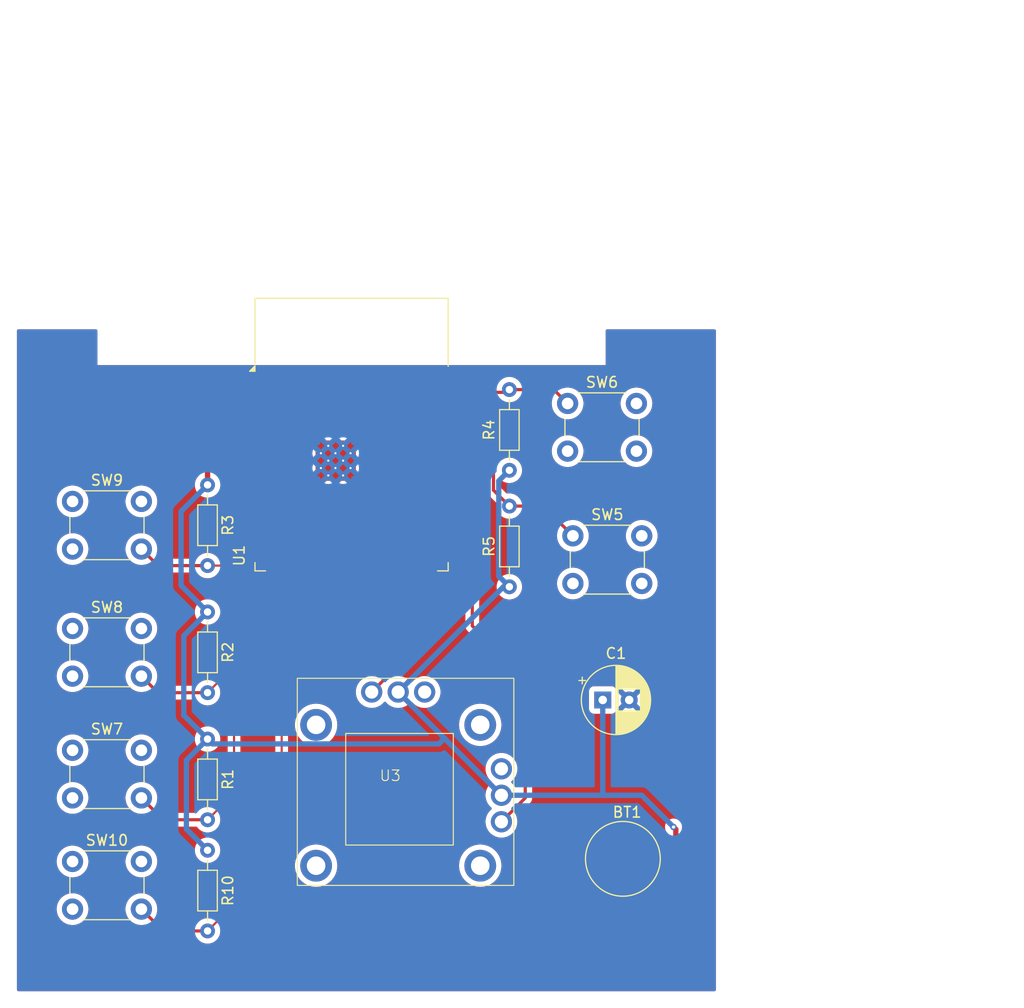
<source format=kicad_pcb>
(kicad_pcb (version 20240108) (generator "pcbnew") (generator_version "8.0")
  (layers (0 "F.Cu" signal) (31 "B.Cu" signal) (34 "B.Paste" user) (35 "F.Paste" user) (36 "B.SilkS" user "B.Silkscreen") (37 "F.SilkS" user "F.Silkscreen") (38 "B.Mask" user) (39 "F.Mask" user) (44 "Edge.Cuts" user))
  (net 0 "")
  (net 1 "GND")
  (net 14 "+3V3")
  (net 16 "Net-(U1-IO35)")
  (net 21 "Net-(U1-IO22)")
  (net 22 "Net-(U1-IO34)")
  (net 26 "Net-(U1-IO23)")
  (net 28 "Net-(U1-IO32)")
  (net 31 "Net-(U1-IO33)")
  (net 33 "Net-(U1-IO16)")
  (net 36 "Net-(U1-IO17)")
  (net 38 "unconnected-(U3-Pad3)")
  (footprint "Resistor_THT:R_Axial_DIN0204_L3.6mm_D1.6mm_P7.62mm_Horizontal" (layer "F.Cu") (at 82 88.69 -90)
    (property "Reference" "R1" (at 3.81 -1.92 90) (layer "F.SilkS"))
    (property "Value" "10k")
    (fp_line (start 1.89 0.92) (end 5.73 0.92) (stroke (width 0.12)) (layer "F.SilkS"))
    (fp_line (start 5.73 0.92) (end 5.73 -0.92) (stroke (width 0.12)) (layer "F.SilkS"))
    (fp_line (start 0.94 0) (end 1.89 0) (stroke (width 0.12)) (layer "F.SilkS"))
    (fp_line (start 6.68 0) (end 5.73 0) (stroke (width 0.12)) (layer "F.SilkS"))
    (fp_line (start 1.89 -0.92) (end 1.89 0.92) (stroke (width 0.12)) (layer "F.SilkS"))
    (fp_line (start 5.73 -0.92) (end 1.89 -0.92) (stroke (width 0.12)) (layer "F.SilkS"))
    (pad "1" thru_hole circle (at 0 0 270) (size 1.4 1.4) (drill 0.7) (layers "*.Cu" "*.Mask") (net 14 "+3V3"))
    (pad "2" thru_hole oval (at 7.62 0 270) (size 1.4 1.4) (drill 0.7) (layers "*.Cu" "*.Mask") (net 28 "Net-(U1-IO32)"))
  )
  (footprint "RF_Module:ESP32-WROOM-32D" (layer "F.Cu") (at 95.6 62.93)
    (property "Reference" "U1" (at -10.61 8.43 90) (layer "F.SilkS"))
    (property "Value" "ESP32-WROOM-32E")
    (fp_line (start -9.12 -15.86) (end -9.12 -9.7) (stroke (width 0.12)) (layer "F.SilkS"))
    (fp_line (start -9.12 -15.86) (end 9.12 -15.86) (stroke (width 0.12)) (layer "F.SilkS"))
    (fp_line (start -9.12 9.1) (end -9.12 9.88) (stroke (width 0.12)) (layer "F.SilkS"))
    (fp_line (start -9.12 9.88) (end -8.12 9.88) (stroke (width 0.12)) (layer "F.SilkS"))
    (fp_line (start 9.12 -15.86) (end 9.12 -9.445) (stroke (width 0.12)) (layer "F.SilkS"))
    (fp_line (start 9.12 9.1) (end 9.12 9.88) (stroke (width 0.12)) (layer "F.SilkS"))
    (fp_line (start 9.12 9.88) (end 8.12 9.88) (stroke (width 0.12)) (layer "F.SilkS"))
    (fp_poly (pts (xy -9.125 -8.975) (xy -9.625 -8.975) (xy -9.125 -9.475) (xy -9.125 -8.975)) (stroke (width 0.12)) (fill solid) (layer "F.SilkS"))
    (pad "1" smd rect (at -8.75 -8.25) (size 1.5 0.9) (layers "F.Cu" "F.Paste" "F.Mask") (net 1 "GND"))
    (pad "2" smd rect (at -8.75 -6.98) (size 1.5 0.9) (layers "F.Cu" "F.Paste" "F.Mask") (net 14 "+3V3"))
    (pad "3" smd rect (at -8.75 -5.71) (size 1.5 0.9) (layers "F.Cu" "F.Paste" "F.Mask"))
    (pad "4" smd rect (at -8.75 -4.44) (size 1.5 0.9) (layers "F.Cu" "F.Paste" "F.Mask"))
    (pad "5" smd rect (at -8.75 -3.17) (size 1.5 0.9) (layers "F.Cu" "F.Paste" "F.Mask"))
    (pad "6" smd rect (at -8.75 -1.9) (size 1.5 0.9) (layers "F.Cu" "F.Paste" "F.Mask") (net 22 "Net-(U1-IO34)"))
    (pad "7" smd rect (at -8.75 -0.63) (size 1.5 0.9) (layers "F.Cu" "F.Paste" "F.Mask") (net 16 "Net-(U1-IO35)"))
    (pad "8" smd rect (at -8.75 0.64) (size 1.5 0.9) (layers "F.Cu" "F.Paste" "F.Mask") (net 28 "Net-(U1-IO32)"))
    (pad "9" smd rect (at -8.75 1.91) (size 1.5 0.9) (layers "F.Cu" "F.Paste" "F.Mask") (net 31 "Net-(U1-IO33)"))
    (pad "10" smd rect (at -8.75 3.18) (size 1.5 0.9) (layers "F.Cu" "F.Paste" "F.Mask"))
    (pad "11" smd rect (at -8.75 4.45) (size 1.5 0.9) (layers "F.Cu" "F.Paste" "F.Mask"))
    (pad "12" smd rect (at -8.75 5.72) (size 1.5 0.9) (layers "F.Cu" "F.Paste" "F.Mask"))
    (pad "13" smd rect (at -8.75 6.99) (size 1.5 0.9) (layers "F.Cu" "F.Paste" "F.Mask"))
    (pad "14" smd rect (at -8.75 8.26) (size 1.5 0.9) (layers "F.Cu" "F.Paste" "F.Mask"))
    (pad "15" smd rect (at -5.71 9.51 90) (size 1.5 0.9) (layers "F.Cu" "F.Paste" "F.Mask") (net 1 "GND"))
    (pad "16" smd rect (at -4.44 9.51 90) (size 1.5 0.9) (layers "F.Cu" "F.Paste" "F.Mask"))
    (pad "17" smd rect (at -3.17 9.51 90) (size 1.5 0.9) (layers "F.Cu" "F.Paste" "F.Mask"))
    (pad "18" smd rect (at -1.9 9.51 90) (size 1.5 0.9) (layers "F.Cu" "F.Paste" "F.Mask"))
    (pad "19" smd rect (at -0.63 9.51 90) (size 1.5 0.9) (layers "F.Cu" "F.Paste" "F.Mask"))
    (pad "20" smd rect (at 0.64 9.51 90) (size 1.5 0.9) (layers "F.Cu" "F.Paste" "F.Mask"))
    (pad "21" smd rect (at 1.91 9.51 90) (size 1.5 0.9) (layers "F.Cu" "F.Paste" "F.Mask"))
    (pad "22" smd rect (at 3.18 9.51 90) (size 1.5 0.9) (layers "F.Cu" "F.Paste" "F.Mask"))
    (pad "23" smd rect (at 4.45 9.51 90) (size 1.5 0.9) (layers "F.Cu" "F.Paste" "F.Mask"))
    (pad "24" smd rect (at 5.72 9.51 90) (size 1.5 0.9) (layers "F.Cu" "F.Paste" "F.Mask"))
    (pad "25" smd rect (at 8.75 8.26) (size 1.5 0.9) (layers "F.Cu" "F.Paste" "F.Mask"))
    (pad "26" smd rect (at 8.75 6.99) (size 1.5 0.9) (layers "F.Cu" "F.Paste" "F.Mask"))
    (pad "27" smd rect (at 8.75 5.72) (size 1.5 0.9) (layers "F.Cu" "F.Paste" "F.Mask") (net 33 "Net-(U1-IO16)"))
    (pad "28" smd rect (at 8.75 4.45) (size 1.5 0.9) (layers "F.Cu" "F.Paste" "F.Mask") (net 36 "Net-(U1-IO17)"))
    (pad "29" smd rect (at 8.75 3.18) (size 1.5 0.9) (layers "F.Cu" "F.Paste" "F.Mask"))
    (pad "30" smd rect (at 8.75 1.91) (size 1.5 0.9) (layers "F.Cu" "F.Paste" "F.Mask"))
    (pad "31" smd rect (at 8.75 0.64) (size 1.5 0.9) (layers "F.Cu" "F.Paste" "F.Mask"))
    (pad "32" smd rect (at 8.75 -0.63) (size 1.5 0.9) (layers "F.Cu" "F.Paste" "F.Mask"))
    (pad "33" smd rect (at 8.75 -1.9) (size 1.5 0.9) (layers "F.Cu" "F.Paste" "F.Mask"))
    (pad "34" smd rect (at 8.75 -3.17) (size 1.5 0.9) (layers "F.Cu" "F.Paste" "F.Mask"))
    (pad "35" smd rect (at 8.75 -4.44) (size 1.5 0.9) (layers "F.Cu" "F.Paste" "F.Mask"))
    (pad "36" smd rect (at 8.75 -5.71) (size 1.5 0.9) (layers "F.Cu" "F.Paste" "F.Mask") (net 21 "Net-(U1-IO22)"))
    (pad "37" smd rect (at 8.75 -6.98) (size 1.5 0.9) (layers "F.Cu" "F.Paste" "F.Mask") (net 26 "Net-(U1-IO23)"))
    (pad "38" smd rect (at 8.75 -8.25) (size 1.5 0.9) (layers "F.Cu" "F.Paste" "F.Mask") (net 1 "GND"))
    (pad "39" smd rect (at -2.9 -1.93) (size 0.9 0.9) (layers "F.Cu" "F.Paste") (net 1 "GND"))
    (pad "39" thru_hole circle (at -2.9 -1.23) (size 0.6 0.6) (drill 0.2) (property pad_prop_heatsink) (layers "*.Cu" "F.Mask") (net 1 "GND"))
    (pad "39" smd rect (at -2.9 -0.53) (size 0.9 0.9) (layers "F.Cu" "F.Paste") (net 1 "GND"))
    (pad "39" thru_hole circle (at -2.9 0.17) (size 0.6 0.6) (drill 0.2) (property pad_prop_heatsink) (layers "*.Cu" "F.Mask") (net 1 "GND"))
    (pad "39" smd rect (at -2.9 0.87) (size 0.9 0.9) (layers "F.Cu" "F.Paste") (net 1 "GND"))
    (pad "39" thru_hole circle (at -2.2 -1.93) (size 0.6 0.6) (drill 0.2) (property pad_prop_heatsink) (layers "*.Cu" "F.Mask") (net 1 "GND"))
    (pad "39" thru_hole circle (at -2.2 -0.53) (size 0.6 0.6) (drill 0.2) (property pad_prop_heatsink) (layers "*.Cu" "F.Mask") (net 1 "GND"))
    (pad "39" thru_hole circle (at -2.2 0.87) (size 0.6 0.6) (drill 0.2) (property pad_prop_heatsink) (layers "*.Cu" "F.Mask") (net 1 "GND"))
    (pad "39" thru_hole circle (at -1.525 -1.23) (size 0.6 0.6) (drill 0.2) (property pad_prop_heatsink) (layers "*.Cu" "F.Mask") (net 1 "GND"))
    (pad "39" thru_hole circle (at -1.525 0.17) (size 0.6 0.6) (drill 0.2) (property pad_prop_heatsink) (layers "*.Cu" "F.Mask") (net 1 "GND"))
    (pad "39" smd rect (at -1.5 -1.93) (size 0.9 0.9) (layers "F.Cu" "F.Paste") (net 1 "GND"))
    (pad "39" smd rect (at -1.5 -0.53) (size 0.9 0.9) (layers "F.Cu" "F.Paste") (net 1 "GND"))
    (pad "39" smd rect (at -1.5 -0.53) (size 3.8 3.8) (layers "F.Cu" "F.Mask") (net 1 "GND"))
    (pad "39" smd rect (at -1.5 0.87) (size 0.9 0.9) (layers "F.Cu" "F.Paste") (net 1 "GND"))
    (pad "39" thru_hole circle (at -0.8 -1.93) (size 0.6 0.6) (drill 0.2) (property pad_prop_heatsink) (layers "*.Cu" "F.Mask") (net 1 "GND"))
    (pad "39" thru_hole circle (at -0.8 -0.53) (size 0.6 0.6) (drill 0.2) (property pad_prop_heatsink) (layers "*.Cu" "F.Mask") (net 1 "GND"))
    (pad "39" thru_hole circle (at -0.8 0.87) (size 0.6 0.6) (drill 0.2) (property pad_prop_heatsink) (layers "*.Cu" "F.Mask") (net 1 "GND"))
    (pad "39" smd rect (at -0.1 -1.93) (size 0.9 0.9) (layers "F.Cu" "F.Paste") (net 1 "GND"))
    (pad "39" thru_hole circle (at -0.1 -1.23) (size 0.6 0.6) (drill 0.2) (property pad_prop_heatsink) (layers "*.Cu" "F.Mask") (net 1 "GND"))
    (pad "39" smd rect (at -0.1 -0.53) (size 0.9 0.9) (layers "F.Cu" "F.Paste") (net 1 "GND"))
    (pad "39" thru_hole circle (at -0.1 0.17) (size 0.6 0.6) (drill 0.2) (property pad_prop_heatsink) (layers "*.Cu" "F.Mask") (net 1 "GND"))
    (pad "39" smd rect (at -0.1 0.87) (size 0.9 0.9) (layers "F.Cu" "F.Paste") (net 1 "GND"))
    (zone (net 0) (net_name "") (layers "*.Cu") (connect_pads (clearance 0)) (min_thickness 0.254)
      (keepout (tracks not_allowed) (vias not_allowed) (pads not_allowed) (copperpour not_allowed) (footprints not_allowed))
      (fill (thermal_gap 0.508) (thermal_bridge_width 0.508))
      (polygon (pts (xy 71.6 53.38) (xy 119.6 53.38) (xy 119.6 32.19) (xy 71.6 32.19)))
    )
  )
  (footprint "Button_Switch_THT:SW_PUSH_6mm_H5mm" (layer "F.Cu") (at 69.25 89.75)
    (property "Reference" "SW7" (at 3.25 -2 0) (layer "F.SilkS"))
    (property "Value" "ramie_1")
    (fp_line (start -0.25 1.5) (end -0.25 3) (stroke (width 0.12)) (layer "F.SilkS"))
    (fp_line (start 1 5.5) (end 5.5 5.5) (stroke (width 0.12)) (layer "F.SilkS"))
    (fp_line (start 5.5 -1) (end 1 -1) (stroke (width 0.12)) (layer "F.SilkS"))
    (fp_line (start 6.75 3) (end 6.75 1.5) (stroke (width 0.12)) (layer "F.SilkS"))
    (pad "1" thru_hole circle (at 0 0 90) (size 2 2) (drill 1.1) (layers "*.Cu" "*.Mask") (net 28 "Net-(U1-IO32)"))
    (pad "1" thru_hole circle (at 6.5 0 90) (size 2 2) (drill 1.1) (layers "*.Cu" "*.Mask") (net 28 "Net-(U1-IO32)"))
    (pad "2" thru_hole circle (at 0 4.5 90) (size 2 2) (drill 1.1) (layers "*.Cu" "*.Mask") (net 28 "Net-(U1-IO32)"))
    (pad "2" thru_hole circle (at 6.5 4.5 90) (size 2 2) (drill 1.1) (layers "*.Cu" "*.Mask") (net 28 "Net-(U1-IO32)"))
  )
  (footprint "Button_Switch_THT:SW_PUSH_6mm_H5mm" (layer "F.Cu") (at 69.25 66.25)
    (property "Reference" "SW9" (at 3.25 -2 0) (layer "F.SilkS"))
    (property "Value" "ramie_3")
    (fp_line (start -0.25 1.5) (end -0.25 3) (stroke (width 0.12)) (layer "F.SilkS"))
    (fp_line (start 1 5.5) (end 5.5 5.5) (stroke (width 0.12)) (layer "F.SilkS"))
    (fp_line (start 5.5 -1) (end 1 -1) (stroke (width 0.12)) (layer "F.SilkS"))
    (fp_line (start 6.75 3) (end 6.75 1.5) (stroke (width 0.12)) (layer "F.SilkS"))
    (pad "1" thru_hole circle (at 0 0 90) (size 2 2) (drill 1.1) (layers "*.Cu" "*.Mask") (net 22 "Net-(U1-IO34)"))
    (pad "1" thru_hole circle (at 6.5 0 90) (size 2 2) (drill 1.1) (layers "*.Cu" "*.Mask") (net 22 "Net-(U1-IO34)"))
    (pad "2" thru_hole circle (at 0 4.5 90) (size 2 2) (drill 1.1) (layers "*.Cu" "*.Mask") (net 22 "Net-(U1-IO34)"))
    (pad "2" thru_hole circle (at 6.5 4.5 90) (size 2 2) (drill 1.1) (layers "*.Cu" "*.Mask") (net 22 "Net-(U1-IO34)"))
  )
  (footprint "Button_Switch_THT:SW_PUSH_6mm_H5mm" (layer "F.Cu") (at 69.25 78.25)
    (property "Reference" "SW8" (at 3.25 -2 0) (layer "F.SilkS"))
    (property "Value" "ramie_2")
    (fp_line (start -0.25 1.5) (end -0.25 3) (stroke (width 0.12)) (layer "F.SilkS"))
    (fp_line (start 1 5.5) (end 5.5 5.5) (stroke (width 0.12)) (layer "F.SilkS"))
    (fp_line (start 5.5 -1) (end 1 -1) (stroke (width 0.12)) (layer "F.SilkS"))
    (fp_line (start 6.75 3) (end 6.75 1.5) (stroke (width 0.12)) (layer "F.SilkS"))
    (pad "1" thru_hole circle (at 0 0 90) (size 2 2) (drill 1.1) (layers "*.Cu" "*.Mask") (net 16 "Net-(U1-IO35)"))
    (pad "1" thru_hole circle (at 6.5 0 90) (size 2 2) (drill 1.1) (layers "*.Cu" "*.Mask") (net 16 "Net-(U1-IO35)"))
    (pad "2" thru_hole circle (at 0 4.5 90) (size 2 2) (drill 1.1) (layers "*.Cu" "*.Mask") (net 16 "Net-(U1-IO35)"))
    (pad "2" thru_hole circle (at 6.5 4.5 90) (size 2 2) (drill 1.1) (layers "*.Cu" "*.Mask") (net 16 "Net-(U1-IO35)"))
  )
  (footprint "Resistor_THT:R_Axial_DIN0204_L3.6mm_D1.6mm_P7.62mm_Horizontal" (layer "F.Cu") (at 82 76.69 -90)
    (property "Reference" "R2" (at 3.81 -1.92 90) (layer "F.SilkS"))
    (property "Value" "10k")
    (fp_line (start 1.89 0.92) (end 5.73 0.92) (stroke (width 0.12)) (layer "F.SilkS"))
    (fp_line (start 5.73 0.92) (end 5.73 -0.92) (stroke (width 0.12)) (layer "F.SilkS"))
    (fp_line (start 0.94 0) (end 1.89 0) (stroke (width 0.12)) (layer "F.SilkS"))
    (fp_line (start 6.68 0) (end 5.73 0) (stroke (width 0.12)) (layer "F.SilkS"))
    (fp_line (start 1.89 -0.92) (end 1.89 0.92) (stroke (width 0.12)) (layer "F.SilkS"))
    (fp_line (start 5.73 -0.92) (end 1.89 -0.92) (stroke (width 0.12)) (layer "F.SilkS"))
    (pad "1" thru_hole circle (at 0 0 270) (size 1.4 1.4) (drill 0.7) (layers "*.Cu" "*.Mask") (net 14 "+3V3"))
    (pad "2" thru_hole oval (at 7.62 0 270) (size 1.4 1.4) (drill 0.7) (layers "*.Cu" "*.Mask") (net 16 "Net-(U1-IO35)"))
  )
  (footprint "Button_Switch_THT:SW_PUSH_6mm_H5mm" (layer "F.Cu") (at 69.25 100.25)
    (property "Reference" "SW10" (at 3.25 -2 0) (layer "F.SilkS"))
    (property "Value" "ramie_4")
    (fp_line (start -0.25 1.5) (end -0.25 3) (stroke (width 0.12)) (layer "F.SilkS"))
    (fp_line (start 1 5.5) (end 5.5 5.5) (stroke (width 0.12)) (layer "F.SilkS"))
    (fp_line (start 5.5 -1) (end 1 -1) (stroke (width 0.12)) (layer "F.SilkS"))
    (fp_line (start 6.75 3) (end 6.75 1.5) (stroke (width 0.12)) (layer "F.SilkS"))
    (pad "1" thru_hole circle (at 0 0 90) (size 2 2) (drill 1.1) (layers "*.Cu" "*.Mask") (net 31 "Net-(U1-IO33)"))
    (pad "1" thru_hole circle (at 6.5 0 90) (size 2 2) (drill 1.1) (layers "*.Cu" "*.Mask") (net 31 "Net-(U1-IO33)"))
    (pad "2" thru_hole circle (at 0 4.5 90) (size 2 2) (drill 1.1) (layers "*.Cu" "*.Mask") (net 31 "Net-(U1-IO33)"))
    (pad "2" thru_hole circle (at 6.5 4.5 90) (size 2 2) (drill 1.1) (layers "*.Cu" "*.Mask") (net 31 "Net-(U1-IO33)"))
  )
  (footprint "Resistor_THT:R_Axial_DIN0204_L3.6mm_D1.6mm_P7.62mm_Horizontal" (layer "F.Cu") (at 110.5 74.31 90)
    (property "Reference" "R5" (at 3.81 -1.92 -90) (layer "F.SilkS"))
    (property "Value" "10k")
    (fp_line (start 5.73 -0.92) (end 1.89 -0.92) (stroke (width 0.12)) (layer "F.SilkS"))
    (fp_line (start 1.89 -0.92) (end 1.89 0.92) (stroke (width 0.12)) (layer "F.SilkS"))
    (fp_line (start 6.68 0) (end 5.73 0) (stroke (width 0.12)) (layer "F.SilkS"))
    (fp_line (start 0.94 0) (end 1.89 0) (stroke (width 0.12)) (layer "F.SilkS"))
    (fp_line (start 5.73 0.92) (end 5.73 -0.92) (stroke (width 0.12)) (layer "F.SilkS"))
    (fp_line (start 1.89 0.92) (end 5.73 0.92) (stroke (width 0.12)) (layer "F.SilkS"))
    (pad "1" thru_hole circle (at 0 0 90) (size 1.4 1.4) (drill 0.7) (layers "*.Cu" "*.Mask") (net 14 "+3V3"))
    (pad "2" thru_hole oval (at 7.62 0 90) (size 1.4 1.4) (drill 0.7) (layers "*.Cu" "*.Mask") (net 21 "Net-(U1-IO22)"))
  )
  (footprint "Capacitor_THT:CP_Radial_D6.3mm_P2.50mm" (layer "F.Cu") (at 119.317621 85)
    (property "Reference" "C1" (at 1.25 -4.4 0) (layer "F.SilkS"))
    (property "Value" "C")
    (fp_line (start -2.250241 -1.839) (end -1.620241 -1.839) (stroke (width 0.12)) (layer "F.SilkS"))
    (fp_line (start -1.935241 -2.154) (end -1.935241 -1.524) (stroke (width 0.12)) (layer "F.SilkS"))
    (fp_line (start 1.25 -3.23) (end 1.25 3.23) (stroke (width 0.12)) (layer "F.SilkS"))
    (fp_line (start 1.29 -3.23) (end 1.29 3.23) (stroke (width 0.12)) (layer "F.SilkS"))
    (fp_line (start 1.33 -3.23) (end 1.33 3.23) (stroke (width 0.12)) (layer "F.SilkS"))
    (fp_line (start 1.37 -3.228) (end 1.37 3.228) (stroke (width 0.12)) (layer "F.SilkS"))
    (fp_line (start 1.41 -3.227) (end 1.41 3.227) (stroke (width 0.12)) (layer "F.SilkS"))
    (fp_line (start 1.45 -3.224) (end 1.45 3.224) (stroke (width 0.12)) (layer "F.SilkS"))
    (fp_line (start 1.49 -3.222) (end 1.49 -1.04) (stroke (width 0.12)) (layer "F.SilkS"))
    (fp_line (start 1.49 1.04) (end 1.49 3.222) (stroke (width 0.12)) (layer "F.SilkS"))
    (fp_line (start 1.53 -3.218) (end 1.53 -1.04) (stroke (width 0.12)) (layer "F.SilkS"))
    (fp_line (start 1.53 1.04) (end 1.53 3.218) (stroke (width 0.12)) (layer "F.SilkS"))
    (fp_line (start 1.57 -3.215) (end 1.57 -1.04) (stroke (width 0.12)) (layer "F.SilkS"))
    (fp_line (start 1.57 1.04) (end 1.57 3.215) (stroke (width 0.12)) (layer "F.SilkS"))
    (fp_line (start 1.61 -3.211) (end 1.61 -1.04) (stroke (width 0.12)) (layer "F.SilkS"))
    (fp_line (start 1.61 1.04) (end 1.61 3.211) (stroke (width 0.12)) (layer "F.SilkS"))
    (fp_line (start 1.65 -3.206) (end 1.65 -1.04) (stroke (width 0.12)) (layer "F.SilkS"))
    (fp_line (start 1.65 1.04) (end 1.65 3.206) (stroke (width 0.12)) (layer "F.SilkS"))
    (fp_line (start 1.69 -3.201) (end 1.69 -1.04) (stroke (width 0.12)) (layer "F.SilkS"))
    (fp_line (start 1.69 1.04) (end 1.69 3.201) (stroke (width 0.12)) (layer "F.SilkS"))
    (fp_line (start 1.73 -3.195) (end 1.73 -1.04) (stroke (width 0.12)) (layer "F.SilkS"))
    (fp_line (start 1.73 1.04) (end 1.73 3.195) (stroke (width 0.12)) (layer "F.SilkS"))
    (fp_line (start 1.77 -3.189) (end 1.77 -1.04) (stroke (width 0.12)) (layer "F.SilkS"))
    (fp_line (start 1.77 1.04) (end 1.77 3.189) (stroke (width 0.12)) (layer "F.SilkS"))
    (fp_line (start 1.81 -3.182) (end 1.81 -1.04) (stroke (width 0.12)) (layer "F.SilkS"))
    (fp_line (start 1.81 1.04) (end 1.81 3.182) (stroke (width 0.12)) (layer "F.SilkS"))
    (fp_line (start 1.85 -3.175) (end 1.85 -1.04) (stroke (width 0.12)) (layer "F.SilkS"))
    (fp_line (start 1.85 1.04) (end 1.85 3.175) (stroke (width 0.12)) (layer "F.SilkS"))
    (fp_line (start 1.89 -3.167) (end 1.89 -1.04) (stroke (width 0.12)) (layer "F.SilkS"))
    (fp_line (start 1.89 1.04) (end 1.89 3.167) (stroke (width 0.12)) (layer "F.SilkS"))
    (fp_line (start 1.93 -3.159) (end 1.93 -1.04) (stroke (width 0.12)) (layer "F.SilkS"))
    (fp_line (start 1.93 1.04) (end 1.93 3.159) (stroke (width 0.12)) (layer "F.SilkS"))
    (fp_line (start 1.971 -3.15) (end 1.971 -1.04) (stroke (width 0.12)) (layer "F.SilkS"))
    (fp_line (start 1.971 1.04) (end 1.971 3.15) (stroke (width 0.12)) (layer "F.SilkS"))
    (fp_line (start 2.011 -3.141) (end 2.011 -1.04) (stroke (width 0.12)) (layer "F.SilkS"))
    (fp_line (start 2.011 1.04) (end 2.011 3.141) (stroke (width 0.12)) (layer "F.SilkS"))
    (fp_line (start 2.051 -3.131) (end 2.051 -1.04) (stroke (width 0.12)) (layer "F.SilkS"))
    (fp_line (start 2.051 1.04) (end 2.051 3.131) (stroke (width 0.12)) (layer "F.SilkS"))
    (fp_line (start 2.091 -3.121) (end 2.091 -1.04) (stroke (width 0.12)) (layer "F.SilkS"))
    (fp_line (start 2.091 1.04) (end 2.091 3.121) (stroke (width 0.12)) (layer "F.SilkS"))
    (fp_line (start 2.131 -3.11) (end 2.131 -1.04) (stroke (width 0.12)) (layer "F.SilkS"))
    (fp_line (start 2.131 1.04) (end 2.131 3.11) (stroke (width 0.12)) (layer "F.SilkS"))
    (fp_line (start 2.171 -3.098) (end 2.171 -1.04) (stroke (width 0.12)) (layer "F.SilkS"))
    (fp_line (start 2.171 1.04) (end 2.171 3.098) (stroke (width 0.12)) (layer "F.SilkS"))
    (fp_line (start 2.211 -3.086) (end 2.211 -1.04) (stroke (width 0.12)) (layer "F.SilkS"))
    (fp_line (start 2.211 1.04) (end 2.211 3.086) (stroke (width 0.12)) (layer "F.SilkS"))
    (fp_line (start 2.251 -3.074) (end 2.251 -1.04) (stroke (width 0.12)) (layer "F.SilkS"))
    (fp_line (start 2.251 1.04) (end 2.251 3.074) (stroke (width 0.12)) (layer "F.SilkS"))
    (fp_line (start 2.291 -3.061) (end 2.291 -1.04) (stroke (width 0.12)) (layer "F.SilkS"))
    (fp_line (start 2.291 1.04) (end 2.291 3.061) (stroke (width 0.12)) (layer "F.SilkS"))
    (fp_line (start 2.331 -3.047) (end 2.331 -1.04) (stroke (width 0.12)) (layer "F.SilkS"))
    (fp_line (start 2.331 1.04) (end 2.331 3.047) (stroke (width 0.12)) (layer "F.SilkS"))
    (fp_line (start 2.371 -3.033) (end 2.371 -1.04) (stroke (width 0.12)) (layer "F.SilkS"))
    (fp_line (start 2.371 1.04) (end 2.371 3.033) (stroke (width 0.12)) (layer "F.SilkS"))
    (fp_line (start 2.411 -3.018) (end 2.411 -1.04) (stroke (width 0.12)) (layer "F.SilkS"))
    (fp_line (start 2.411 1.04) (end 2.411 3.018) (stroke (width 0.12)) (layer "F.SilkS"))
    (fp_line (start 2.451 -3.002) (end 2.451 -1.04) (stroke (width 0.12)) (layer "F.SilkS"))
    (fp_line (start 2.451 1.04) (end 2.451 3.002) (stroke (width 0.12)) (layer "F.SilkS"))
    (fp_line (start 2.491 -2.986) (end 2.491 -1.04) (stroke (width 0.12)) (layer "F.SilkS"))
    (fp_line (start 2.491 1.04) (end 2.491 2.986) (stroke (width 0.12)) (layer "F.SilkS"))
    (fp_line (start 2.531 -2.97) (end 2.531 -1.04) (stroke (width 0.12)) (layer "F.SilkS"))
    (fp_line (start 2.531 1.04) (end 2.531 2.97) (stroke (width 0.12)) (layer "F.SilkS"))
    (fp_line (start 2.571 -2.952) (end 2.571 -1.04) (stroke (width 0.12)) (layer "F.SilkS"))
    (fp_line (start 2.571 1.04) (end 2.571 2.952) (stroke (width 0.12)) (layer "F.SilkS"))
    (fp_line (start 2.611 -2.934) (end 2.611 -1.04) (stroke (width 0.12)) (layer "F.SilkS"))
    (fp_line (start 2.611 1.04) (end 2.611 2.934) (stroke (width 0.12)) (layer "F.SilkS"))
    (fp_line (start 2.651 -2.916) (end 2.651 -1.04) (stroke (width 0.12)) (layer "F.SilkS"))
    (fp_line (start 2.651 1.04) (end 2.651 2.916) (stroke (width 0.12)) (layer "F.SilkS"))
    (fp_line (start 2.691 -2.896) (end 2.691 -1.04) (stroke (width 0.12)) (layer "F.SilkS"))
    (fp_line (start 2.691 1.04) (end 2.691 2.896) (stroke (width 0.12)) (layer "F.SilkS"))
    (fp_line (start 2.731 -2.876) (end 2.731 -1.04) (stroke (width 0.12)) (layer "F.SilkS"))
    (fp_line (start 2.731 1.04) (end 2.731 2.876) (stroke (width 0.12)) (layer "F.SilkS"))
    (fp_line (start 2.771 -2.856) (end 2.771 -1.04) (stroke (width 0.12)) (layer "F.SilkS"))
    (fp_line (start 2.771 1.04) (end 2.771 2.856) (stroke (width 0.12)) (layer "F.SilkS"))
    (fp_line (start 2.811 -2.834) (end 2.811 -1.04) (stroke (width 0.12)) (layer "F.SilkS"))
    (fp_line (start 2.811 1.04) (end 2.811 2.834) (stroke (width 0.12)) (layer "F.SilkS"))
    (fp_line (start 2.851 -2.812) (end 2.851 -1.04) (stroke (width 0.12)) (layer "F.SilkS"))
    (fp_line (start 2.851 1.04) (end 2.851 2.812) (stroke (width 0.12)) (layer "F.SilkS"))
    (fp_line (start 2.891 -2.79) (end 2.891 -1.04) (stroke (width 0.12)) (layer "F.SilkS"))
    (fp_line (start 2.891 1.04) (end 2.891 2.79) (stroke (width 0.12)) (layer "F.SilkS"))
    (fp_line (start 2.931 -2.766) (end 2.931 -1.04) (stroke (width 0.12)) (layer "F.SilkS"))
    (fp_line (start 2.931 1.04) (end 2.931 2.766) (stroke (width 0.12)) (layer "F.SilkS"))
    (fp_line (start 2.971 -2.742) (end 2.971 -1.04) (stroke (width 0.12)) (layer "F.SilkS"))
    (fp_line (start 2.971 1.04) (end 2.971 2.742) (stroke (width 0.12)) (layer "F.SilkS"))
    (fp_line (start 3.011 -2.716) (end 3.011 -1.04) (stroke (width 0.12)) (layer "F.SilkS"))
    (fp_line (start 3.011 1.04) (end 3.011 2.716) (stroke (width 0.12)) (layer "F.SilkS"))
    (fp_line (start 3.051 -2.69) (end 3.051 -1.04) (stroke (width 0.12)) (layer "F.SilkS"))
    (fp_line (start 3.051 1.04) (end 3.051 2.69) (stroke (width 0.12)) (layer "F.SilkS"))
    (fp_line (start 3.091 -2.664) (end 3.091 -1.04) (stroke (width 0.12)) (layer "F.SilkS"))
    (fp_line (start 3.091 1.04) (end 3.091 2.664) (stroke (width 0.12)) (layer "F.SilkS"))
    (fp_line (start 3.131 -2.636) (end 3.131 -1.04) (stroke (width 0.12)) (layer "F.SilkS"))
    (fp_line (start 3.131 1.04) (end 3.131 2.636) (stroke (width 0.12)) (layer "F.SilkS"))
    (fp_line (start 3.171 -2.607) (end 3.171 -1.04) (stroke (width 0.12)) (layer "F.SilkS"))
    (fp_line (start 3.171 1.04) (end 3.171 2.607) (stroke (width 0.12)) (layer "F.SilkS"))
    (fp_line (start 3.211 -2.578) (end 3.211 -1.04) (stroke (width 0.12)) (layer "F.SilkS"))
    (fp_line (start 3.211 1.04) (end 3.211 2.578) (stroke (width 0.12)) (layer "F.SilkS"))
    (fp_line (start 3.251 -2.548) (end 3.251 -1.04) (stroke (width 0.12)) (layer "F.SilkS"))
    (fp_line (start 3.251 1.04) (end 3.251 2.548) (stroke (width 0.12)) (layer "F.SilkS"))
    (fp_line (start 3.291 -2.516) (end 3.291 -1.04) (stroke (width 0.12)) (layer "F.SilkS"))
    (fp_line (start 3.291 1.04) (end 3.291 2.516) (stroke (width 0.12)) (layer "F.SilkS"))
    (fp_line (start 3.331 -2.484) (end 3.331 -1.04) (stroke (width 0.12)) (layer "F.SilkS"))
    (fp_line (start 3.331 1.04) (end 3.331 2.484) (stroke (width 0.12)) (layer "F.SilkS"))
    (fp_line (start 3.371 -2.45) (end 3.371 -1.04) (stroke (width 0.12)) (layer "F.SilkS"))
    (fp_line (start 3.371 1.04) (end 3.371 2.45) (stroke (width 0.12)) (layer "F.SilkS"))
    (fp_line (start 3.411 -2.416) (end 3.411 -1.04) (stroke (width 0.12)) (layer "F.SilkS"))
    (fp_line (start 3.411 1.04) (end 3.411 2.416) (stroke (width 0.12)) (layer "F.SilkS"))
    (fp_line (start 3.451 -2.38) (end 3.451 -1.04) (stroke (width 0.12)) (layer "F.SilkS"))
    (fp_line (start 3.451 1.04) (end 3.451 2.38) (stroke (width 0.12)) (layer "F.SilkS"))
    (fp_line (start 3.491 -2.343) (end 3.491 -1.04) (stroke (width 0.12)) (layer "F.SilkS"))
    (fp_line (start 3.491 1.04) (end 3.491 2.343) (stroke (width 0.12)) (layer "F.SilkS"))
    (fp_line (start 3.531 -2.305) (end 3.531 -1.04) (stroke (width 0.12)) (layer "F.SilkS"))
    (fp_line (start 3.531 1.04) (end 3.531 2.305) (stroke (width 0.12)) (layer "F.SilkS"))
    (fp_line (start 3.571 -2.265) (end 3.571 2.265) (stroke (width 0.12)) (layer "F.SilkS"))
    (fp_line (start 3.611 -2.224) (end 3.611 2.224) (stroke (width 0.12)) (layer "F.SilkS"))
    (fp_line (start 3.651 -2.182) (end 3.651 2.182) (stroke (width 0.12)) (layer "F.SilkS"))
    (fp_line (start 3.691 -2.137) (end 3.691 2.137) (stroke (width 0.12)) (layer "F.SilkS"))
    (fp_line (start 3.731 -2.092) (end 3.731 2.092) (stroke (width 0.12)) (layer "F.SilkS"))
    (fp_line (start 3.771 -2.044) (end 3.771 2.044) (stroke (width 0.12)) (layer "F.SilkS"))
    (fp_line (start 3.811 -1.995) (end 3.811 1.995) (stroke (width 0.12)) (layer "F.SilkS"))
    (fp_line (start 3.851 -1.944) (end 3.851 1.944) (stroke (width 0.12)) (layer "F.SilkS"))
    (fp_line (start 3.891 -1.89) (end 3.891 1.89) (stroke (width 0.12)) (layer "F.SilkS"))
    (fp_line (start 3.931 -1.834) (end 3.931 1.834) (stroke (width 0.12)) (layer "F.SilkS"))
    (fp_line (start 3.971 -1.776) (end 3.971 1.776) (stroke (width 0.12)) (layer "F.SilkS"))
    (fp_line (start 4.011 -1.714) (end 4.011 1.714) (stroke (width 0.12)) (layer "F.SilkS"))
    (fp_line (start 4.051 -1.65) (end 4.051 1.65) (stroke (width 0.12)) (layer "F.SilkS"))
    (fp_line (start 4.091 -1.581) (end 4.091 1.581) (stroke (width 0.12)) (layer "F.SilkS"))
    (fp_line (start 4.131 -1.509) (end 4.131 1.509) (stroke (width 0.12)) (layer "F.SilkS"))
    (fp_line (start 4.171 -1.432) (end 4.171 1.432) (stroke (width 0.12)) (layer "F.SilkS"))
    (fp_line (start 4.211 -1.35) (end 4.211 1.35) (stroke (width 0.12)) (layer "F.SilkS"))
    (fp_line (start 4.251 -1.262) (end 4.251 1.262) (stroke (width 0.12)) (layer "F.SilkS"))
    (fp_line (start 4.291 -1.165) (end 4.291 1.165) (stroke (width 0.12)) (layer "F.SilkS"))
    (fp_line (start 4.331 -1.059) (end 4.331 1.059) (stroke (width 0.12)) (layer "F.SilkS"))
    (fp_line (start 4.371 -0.94) (end 4.371 0.94) (stroke (width 0.12)) (layer "F.SilkS"))
    (fp_line (start 4.411 -0.802) (end 4.411 0.802) (stroke (width 0.12)) (layer "F.SilkS"))
    (fp_line (start 4.451 -0.633) (end 4.451 0.633) (stroke (width 0.12)) (layer "F.SilkS"))
    (fp_line (start 4.491 -0.402) (end 4.491 0.402) (stroke (width 0.12)) (layer "F.SilkS"))
    (fp_circle (center 1.25 0) (end 4.52 0) (stroke (width 0.12)) (fill none) (layer "F.SilkS"))
    (pad "1" thru_hole rect (at 0 0) (size 1.6 1.6) (drill 0.8) (layers "*.Cu" "*.Mask") (net 14 "+3V3"))
    (pad "2" thru_hole circle (at 2.5 0) (size 1.6 1.6) (drill 0.8) (layers "*.Cu" "*.Mask") (net 1 "GND"))
  )
  (footprint "Battery:BatteryHolder_Seiko_MS621F" (layer "F.Cu") (at 126.218102 100)
    (property "Reference" "BT1" (at -4.6 -4.4 0) (layer "F.SilkS"))
    (property "Value" "Battery_Cell")
    (fp_circle (center -5 0) (end -1.47 0) (stroke (width 0.12)) (fill none) (layer "F.SilkS"))
    (pad "1" smd rect (at 0 -0.75) (size 2 0.8) (layers "F.Cu" "F.Paste" "F.Mask") (net 14 "+3V3"))
    (pad "2" smd rect (at 0 0.75) (size 2 0.8) (layers "F.Cu" "F.Paste" "F.Mask") (net 1 "GND"))
  )
  (footprint "3D161:3D161" (layer "F.Cu") (at 100 94)
    (property "Reference" "U3" (at -0.75 -1.85 0) (layer "F.SilkS") (effects (font (thickness 0.1))))
    (property "Value" "~")
    (fp_rect (start -9.525 -11.049) (end 10.922 8.509) (stroke (width 0.1)) (fill none) (layer "F.SilkS"))
    (fp_rect (start -4.953 -5.842) (end 5.207 4.699) (stroke (width 0.1)) (fill none) (layer "F.SilkS"))
    (pad "1" thru_hole circle (at -2.5 -9.75) (size 2 2) (drill 1.25) (layers "*.Cu" "*.Mask") (net 33 "Net-(U1-IO16)"))
    (pad "2" thru_hole circle (at 0 -9.75) (size 2 2) (drill 1.25) (layers "*.Cu" "*.Mask") (net 14 "+3V3"))
    (pad "3" thru_hole circle (at 2.5 -9.75) (size 2 2) (drill 1.25) (layers "*.Cu" "*.Mask") (net 38 "unconnected-(U3-Pad3)"))
    (pad "4" thru_hole circle (at 9.75 -2.5) (size 2 2) (drill 1.25) (layers "*.Cu" "*.Mask"))
    (pad "5" thru_hole circle (at 9.75 0) (size 2 2) (drill 1.25) (layers "*.Cu" "*.Mask") (net 14 "+3V3"))
    (pad "6" thru_hole circle (at 9.75 2.5) (size 2 2) (drill 1.25) (layers "*.Cu" "*.Mask") (net 36 "Net-(U1-IO17)"))
    (pad "7" thru_hole circle (at -7.75 -6.65) (size 3 3) (drill 1.75) (layers "*.Cu" "*.Mask"))
    (pad "7" thru_hole circle (at -7.75 6.65) (size 3 3) (drill 1.75) (layers "*.Cu" "*.Mask"))
    (pad "7" thru_hole circle (at 7.75 -6.65) (size 3 3) (drill 1.75) (layers "*.Cu" "*.Mask"))
    (pad "7" thru_hole circle (at 7.75 6.65) (size 3 3) (drill 1.75) (layers "*.Cu" "*.Mask"))
  )
  (footprint "Button_Switch_THT:SW_PUSH_6mm_H5mm" (layer "F.Cu") (at 116.5 69.5)
    (property "Reference" "SW5" (at 3.25 -2 0) (layer "F.SilkS"))
    (property "Value" "START_start")
    (fp_line (start -0.25 1.5) (end -0.25 3) (stroke (width 0.12)) (layer "F.SilkS"))
    (fp_line (start 1 5.5) (end 5.5 5.5) (stroke (width 0.12)) (layer "F.SilkS"))
    (fp_line (start 5.5 -1) (end 1 -1) (stroke (width 0.12)) (layer "F.SilkS"))
    (fp_line (start 6.75 3) (end 6.75 1.5) (stroke (width 0.12)) (layer "F.SilkS"))
    (pad "1" thru_hole circle (at 0 0 90) (size 2 2) (drill 1.1) (layers "*.Cu" "*.Mask") (net 21 "Net-(U1-IO22)"))
    (pad "1" thru_hole circle (at 6.5 0 90) (size 2 2) (drill 1.1) (layers "*.Cu" "*.Mask") (net 21 "Net-(U1-IO22)"))
    (pad "2" thru_hole circle (at 0 4.5 90) (size 2 2) (drill 1.1) (layers "*.Cu" "*.Mask") (net 21 "Net-(U1-IO22)"))
    (pad "2" thru_hole circle (at 6.5 4.5 90) (size 2 2) (drill 1.1) (layers "*.Cu" "*.Mask") (net 21 "Net-(U1-IO22)"))
  )
  (footprint "Resistor_THT:R_Axial_DIN0204_L3.6mm_D1.6mm_P7.62mm_Horizontal" (layer "F.Cu") (at 82 64.69 -90)
    (property "Reference" "R3" (at 3.81 -1.92 90) (layer "F.SilkS"))
    (property "Value" "10k")
    (fp_line (start 1.89 0.92) (end 5.73 0.92) (stroke (width 0.12)) (layer "F.SilkS"))
    (fp_line (start 5.73 0.92) (end 5.73 -0.92) (stroke (width 0.12)) (layer "F.SilkS"))
    (fp_line (start 0.94 0) (end 1.89 0) (stroke (width 0.12)) (layer "F.SilkS"))
    (fp_line (start 6.68 0) (end 5.73 0) (stroke (width 0.12)) (layer "F.SilkS"))
    (fp_line (start 1.89 -0.92) (end 1.89 0.92) (stroke (width 0.12)) (layer "F.SilkS"))
    (fp_line (start 5.73 -0.92) (end 1.89 -0.92) (stroke (width 0.12)) (layer "F.SilkS"))
    (pad "1" thru_hole circle (at 0 0 270) (size 1.4 1.4) (drill 0.7) (layers "*.Cu" "*.Mask") (net 14 "+3V3"))
    (pad "2" thru_hole oval (at 7.62 0 270) (size 1.4 1.4) (drill 0.7) (layers "*.Cu" "*.Mask") (net 22 "Net-(U1-IO34)"))
  )
  (footprint "Resistor_THT:R_Axial_DIN0204_L3.6mm_D1.6mm_P7.62mm_Horizontal" (layer "F.Cu") (at 82 99.19 -90)
    (property "Reference" "R10" (at 3.81 -1.92 90) (layer "F.SilkS"))
    (property "Value" "10k")
    (fp_line (start 1.89 0.92) (end 5.73 0.92) (stroke (width 0.12)) (layer "F.SilkS"))
    (fp_line (start 5.73 0.92) (end 5.73 -0.92) (stroke (width 0.12)) (layer "F.SilkS"))
    (fp_line (start 0.94 0) (end 1.89 0) (stroke (width 0.12)) (layer "F.SilkS"))
    (fp_line (start 6.68 0) (end 5.73 0) (stroke (width 0.12)) (layer "F.SilkS"))
    (fp_line (start 1.89 -0.92) (end 1.89 0.92) (stroke (width 0.12)) (layer "F.SilkS"))
    (fp_line (start 5.73 -0.92) (end 1.89 -0.92) (stroke (width 0.12)) (layer "F.SilkS"))
    (pad "1" thru_hole circle (at 0 0 270) (size 1.4 1.4) (drill 0.7) (layers "*.Cu" "*.Mask") (net 14 "+3V3"))
    (pad "2" thru_hole oval (at 7.62 0 270) (size 1.4 1.4) (drill 0.7) (layers "*.Cu" "*.Mask") (net 31 "Net-(U1-IO33)"))
  )
  (footprint "Button_Switch_THT:SW_PUSH_6mm_H5mm" (layer "F.Cu") (at 116 57)
    (property "Reference" "SW6" (at 3.25 -2 0) (layer "F.SilkS"))
    (property "Value" "START_stop")
    (fp_line (start -0.25 1.5) (end -0.25 3) (stroke (width 0.12)) (layer "F.SilkS"))
    (fp_line (start 1 5.5) (end 5.5 5.5) (stroke (width 0.12)) (layer "F.SilkS"))
    (fp_line (start 5.5 -1) (end 1 -1) (stroke (width 0.12)) (layer "F.SilkS"))
    (fp_line (start 6.75 3) (end 6.75 1.5) (stroke (width 0.12)) (layer "F.SilkS"))
    (pad "1" thru_hole circle (at 0 0 90) (size 2 2) (drill 1.1) (layers "*.Cu" "*.Mask") (net 26 "Net-(U1-IO23)"))
    (pad "1" thru_hole circle (at 6.5 0 90) (size 2 2) (drill 1.1) (layers "*.Cu" "*.Mask") (net 26 "Net-(U1-IO23)"))
    (pad "2" thru_hole circle (at 0 4.5 90) (size 2 2) (drill 1.1) (layers "*.Cu" "*.Mask") (net 26 "Net-(U1-IO23)"))
    (pad "2" thru_hole circle (at 6.5 4.5 90) (size 2 2) (drill 1.1) (layers "*.Cu" "*.Mask") (net 26 "Net-(U1-IO23)"))
  )
  (footprint "Resistor_THT:R_Axial_DIN0204_L3.6mm_D1.6mm_P7.62mm_Horizontal" (layer "F.Cu") (at 110.5 63.31 90)
    (property "Reference" "R4" (at 3.81 -1.92 -90) (layer "F.SilkS"))
    (property "Value" "10k")
    (fp_line (start 5.73 -0.92) (end 1.89 -0.92) (stroke (width 0.12)) (layer "F.SilkS"))
    (fp_line (start 1.89 -0.92) (end 1.89 0.92) (stroke (width 0.12)) (layer "F.SilkS"))
    (fp_line (start 6.68 0) (end 5.73 0) (stroke (width 0.12)) (layer "F.SilkS"))
    (fp_line (start 0.94 0) (end 1.89 0) (stroke (width 0.12)) (layer "F.SilkS"))
    (fp_line (start 5.73 0.92) (end 5.73 -0.92) (stroke (width 0.12)) (layer "F.SilkS"))
    (fp_line (start 1.89 0.92) (end 5.73 0.92) (stroke (width 0.12)) (layer "F.SilkS"))
    (pad "1" thru_hole circle (at 0 0 90) (size 1.4 1.4) (drill 0.7) (layers "*.Cu" "*.Mask") (net 14 "+3V3"))
    (pad "2" thru_hole oval (at 7.62 0 90) (size 1.4 1.4) (drill 0.7) (layers "*.Cu" "*.Mask") (net 26 "Net-(U1-IO23)"))
  )
  (segment (start 82 59.85) (end 85.9 55.95) (width 0.5) (layer "F.Cu") (net 14))
  (segment (start 126.218102 97.218102) (end 126 97) (width 0.5) (layer "F.Cu") (net 14))
  (segment (start 85.9 55.95) (end 86.85 55.95) (width 0.5) (layer "F.Cu") (net 14))
  (segment (start 126.218102 99.25) (end 126.218102 97.218102) (width 0.5) (layer "F.Cu") (net 14))
  (segment (start 82 64.69) (end 82 59.85) (width 0.5) (layer "F.Cu") (net 14))
  (via (at 126 97) (size 0.6) (drill 0.3) (layers "F.Cu" "B.Cu") (net 14))
  (segment (start 82 64.69) (end 82 65) (width 0.5) (layer "B.Cu") (net 14))
  (segment (start 79.752892 86.456733) (end 79.752892 78.937108) (width 0.5) (layer "B.Cu") (net 14))
  (segment (start 82 76.69) (end 79.5 74.19) (width 0.5) (layer "B.Cu") (net 14))
  (segment (start 126 97) (end 123 94) (width 0.5) (layer "B.Cu") (net 14))
  (segment (start 110.5 74.31) (end 109.5 73.31) (width 0.5) (layer "B.Cu") (net 14))
  (segment (start 80 90.69) (end 80 97.19) (width 0.5) (layer "B.Cu") (net 14))
  (segment (start 79.752892 86.456733) (end 79.766733 86.456733) (width 0.5) (layer "B.Cu") (net 14))
  (segment (start 119.5 94) (end 109.75 94) (width 0.5) (layer "B.Cu") (net 14))
  (segment (start 79.752892 78.937108) (end 82 76.69) (width 0.5) (layer "B.Cu") (net 14))
  (segment (start 100 84.25) (end 109.94 74.31) (width 0.5) (layer "B.Cu") (net 14))
  (segment (start 109.94 74.31) (end 110.5 74.31) (width 0.5) (layer "B.Cu") (net 14))
  (segment (start 79.5 67.19) (end 82 64.69) (width 0.5) (layer "B.Cu") (net 14))
  (segment (start 109.75 94) (end 104.375 88.625) (width 0.5) (layer "B.Cu") (net 14))
  (segment (start 119.317621 85) (end 119.317621 93.817621) (width 0.5) (layer "B.Cu") (net 14))
  (segment (start 109.5 64.31) (end 110.5 63.31) (width 0.5) (layer "B.Cu") (net 14))
  (segment (start 104.375 88.625) (end 100 84.25) (width 0.5) (layer "B.Cu") (net 14))
  (segment (start 79.766733 86.456733) (end 82 88.69) (width 0.5) (layer "B.Cu") (net 14))
  (segment (start 104.375 88.625) (end 103.85 89.15) (width 0.5) (layer "B.Cu") (net 14))
  (segment (start 79.5 74.19) (end 79.5 67.19) (width 0.5) (layer "B.Cu") (net 14))
  (segment (start 82 88.69) (end 80 90.69) (width 0.5) (layer "B.Cu") (net 14))
  (segment (start 109.5 73.31) (end 109.5 64.31) (width 0.5) (layer "B.Cu") (net 14))
  (segment (start 119.317621 93.817621) (end 119.5 94) (width 0.5) (layer "B.Cu") (net 14))
  (segment (start 80 97.19) (end 82 99.19) (width 0.5) (layer "B.Cu") (net 14))
  (segment (start 103.85 89.15) (end 82.46 89.15) (width 0.5) (layer "B.Cu") (net 14))
  (segment (start 123 94) (end 119.5 94) (width 0.5) (layer "B.Cu") (net 14))
  (segment (start 82.46 89.15) (end 82 88.69) (width 0.5) (layer "B.Cu") (net 14))
  (segment (start 84 64.62) (end 84 82.31) (width 0.2) (layer "F.Cu") (net 16))
  (segment (start 86.32 62.3) (end 84 64.62) (width 0.2) (layer "F.Cu") (net 16))
  (segment (start 86.85 62.3) (end 86.32 62.3) (width 0.2) (layer "F.Cu") (net 16))
  (segment (start 82 84.31) (end 77.31 84.31) (width 0.3) (layer "F.Cu") (net 16))
  (segment (start 77.31 84.31) (end 75.75 82.75) (width 0.3) (layer "F.Cu") (net 16))
  (segment (start 84 82.31) (end 82 84.31) (width 0.2) (layer "F.Cu") (net 16))
  (segment (start 104.35 57.22) (end 104.88 57.22) (width 0.3) (layer "F.Cu") (net 21))
  (segment (start 109 65.19) (end 110.5 66.69) (width 0.3) (layer "F.Cu") (net 21))
  (segment (start 110.5 66.69) (end 113.69 66.69) (width 0.3) (layer "F.Cu") (net 21))
  (segment (start 113.69 66.69) (end 116.5 69.5) (width 0.3) (layer "F.Cu") (net 21))
  (segment (start 109 61.34) (end 109 65.19) (width 0.3) (layer "F.Cu") (net 21))
  (segment (start 104.88 57.22) (end 109 61.34) (width 0.3) (layer "F.Cu") (net 21))
  (segment (start 86.85 61.03) (end 85.9 61.03) (width 0.2) (layer "F.Cu") (net 22))
  (segment (start 85.9 61.03) (end 83.5 63.43) (width 0.2) (layer "F.Cu") (net 22))
  (segment (start 83.19 72.31) (end 82 72.31) (width 0.2) (layer "F.Cu") (net 22))
  (segment (start 83.5 63.43) (end 83.5 72) (width 0.2) (layer "F.Cu") (net 22))
  (segment (start 82 72.31) (end 77.31 72.31) (width 0.3) (layer "F.Cu") (net 22))
  (segment (start 77.31 72.31) (end 75.75 70.75) (width 0.3) (layer "F.Cu") (net 22))
  (segment (start 83.5 72) (end 83.19 72.31) (width 0.2) (layer "F.Cu") (net 22))
  (segment (start 110.5 55.69) (end 114.69 55.69) (width 0.3) (layer "F.Cu") (net 26))
  (segment (start 110.24 55.95) (end 110.5 55.69) (width 0.3) (layer "F.Cu") (net 26))
  (segment (start 104.35 55.95) (end 110.24 55.95) (width 0.3) (layer "F.Cu") (net 26))
  (segment (start 114.69 55.69) (end 116 57) (width 0.3) (layer "F.Cu") (net 26))
  (segment (start 85.9 63.57) (end 84.5 64.97) (width 0.2) (layer "F.Cu") (net 28))
  (segment (start 77.81 96.31) (end 75.75 94.25) (width 0.3) (layer "F.Cu") (net 28))
  (segment (start 82 96.31) (end 77.81 96.31) (width 0.3) (layer "F.Cu") (net 28))
  (segment (start 84.5 93.81) (end 82 96.31) (width 0.2) (layer "F.Cu") (net 28))
  (segment (start 84.5 64.97) (end 84.5 93.81) (width 0.2) (layer "F.Cu") (net 28))
  (segment (start 86.85 63.57) (end 85.9 63.57) (width 0.2) (layer "F.Cu") (net 28))
  (segment (start 87.9 65.36) (end 89 66.46) (width 0.2) (layer "F.Cu") (net 31))
  (segment (start 87.37 65.36) (end 87.9 65.36) (width 0.2) (layer "F.Cu") (net 31))
  (segment (start 89 66.46) (end 89 99.81) (width 0.2) (layer "F.Cu") (net 31))
  (segment (start 89 99.81) (end 82 106.81) (width 0.2) (layer "F.Cu") (net 31))
  (segment (start 77.81 106.81) (end 75.75 104.75) (width 0.3) (layer "F.Cu") (net 31))
  (segment (start 82 106.81) (end 77.81 106.81) (width 0.3) (layer "F.Cu") (net 31))
  (segment (start 86.85 64.84) (end 87.37 65.36) (width 0.2) (layer "F.Cu") (net 31))
  (segment (start 104.35 68.65) (end 105.3 68.65) (width 0.3) (layer "F.Cu") (net 33))
  (segment (start 106 75.75) (end 97.5 84.25) (width 0.3) (layer "F.Cu") (net 33))
  (segment (start 106 69.35) (end 106 75.75) (width 0.3) (layer "F.Cu") (net 33))
  (segment (start 105.3 68.65) (end 106 69.35) (width 0.3) (layer "F.Cu") (net 33))
  (segment (start 107 78) (end 112 83) (width 0.3) (layer "F.Cu") (net 36))
  (segment (start 104.35 67.38) (end 105.3 67.38) (width 0.3) (layer "F.Cu") (net 36))
  (segment (start 112 94.25) (end 109.75 96.5) (width 0.3) (layer "F.Cu") (net 36))
  (segment (start 105.3 67.38) (end 107 69.08) (width 0.3) (layer "F.Cu") (net 36))
  (segment (start 112 83) (end 112 94.25) (width 0.3) (layer "F.Cu") (net 36))
  (segment (start 107 69.08) (end 107 78) (width 0.3) (layer "F.Cu") (net 36))
  (segment (start 102.5515 84.83) (end 102.5515 84.87) (width 0.2) (layer "B.Cu") (net 38))
  (zone (net 1) (net_name "GND") (layer "F.Cu") (priority 1) (connect_pads (clearance 0.5)) (min_thickness 0.25) (fill yes (thermal_gap 0.5) (thermal_bridge_width 0.5))
    (polygon (pts (xy 64 50) (xy 64 112.5) (xy 130 112.5) (xy 130 50)))
  )
  (zone (net 1) (net_name "GND") (layer "B.Cu") (connect_pads (clearance 0.5)) (min_thickness 0.25) (fill yes (thermal_gap 0.5) (thermal_bridge_width 0.5))
    (polygon (pts (xy 64 50) (xy 64 112.5) (xy 130 112.5) (xy 130 50)))
  )
)
</source>
